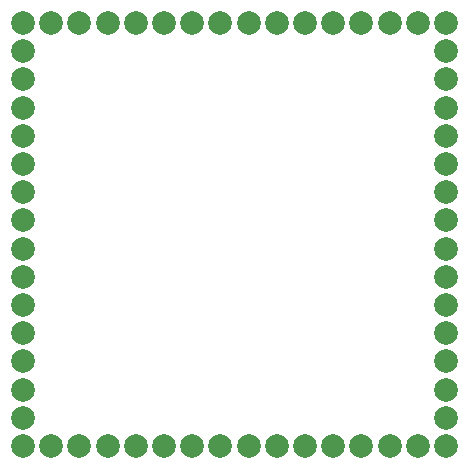
<source format=gbl>
G04*
G04 #@! TF.GenerationSoftware,Altium Limited,Altium Designer,21.8.1 (53)*
G04*
G04 Layer_Physical_Order=4*
G04 Layer_Color=16711680*
%FSLAX25Y25*%
%MOIN*%
G70*
G04*
G04 #@! TF.SameCoordinates,1A9603C8-DC4E-418C-A41D-35C8E6E290D8*
G04*
G04*
G04 #@! TF.FilePolarity,Positive*
G04*
G01*
G75*
%ADD18C,0.07874*%
D18*
X166957Y119957D02*
D03*
Y157557D02*
D03*
Y91757D02*
D03*
Y166957D02*
D03*
Y129357D02*
D03*
Y138757D02*
D03*
Y148157D02*
D03*
Y101157D02*
D03*
Y110557D02*
D03*
Y25957D02*
D03*
Y63557D02*
D03*
Y72957D02*
D03*
Y82357D02*
D03*
Y35357D02*
D03*
Y44757D02*
D03*
Y54157D02*
D03*
X25957Y25957D02*
D03*
X72957D02*
D03*
X35357D02*
D03*
X63557D02*
D03*
X54157D02*
D03*
X44757D02*
D03*
X82357D02*
D03*
X91757D02*
D03*
X129357D02*
D03*
X101157D02*
D03*
X119957D02*
D03*
X110557D02*
D03*
X157557D02*
D03*
X148157D02*
D03*
X138757D02*
D03*
X25957Y119957D02*
D03*
Y157557D02*
D03*
Y91757D02*
D03*
Y166957D02*
D03*
Y129357D02*
D03*
Y138757D02*
D03*
Y148157D02*
D03*
Y101157D02*
D03*
Y110557D02*
D03*
Y35357D02*
D03*
Y44757D02*
D03*
Y54157D02*
D03*
Y63557D02*
D03*
Y72957D02*
D03*
Y82357D02*
D03*
X35357Y166957D02*
D03*
X72957D02*
D03*
X63557D02*
D03*
X54157D02*
D03*
X44757D02*
D03*
X82357D02*
D03*
X157557D02*
D03*
X129357D02*
D03*
X101157D02*
D03*
X91757D02*
D03*
X119957D02*
D03*
X110557D02*
D03*
X148157D02*
D03*
X138757D02*
D03*
M02*

</source>
